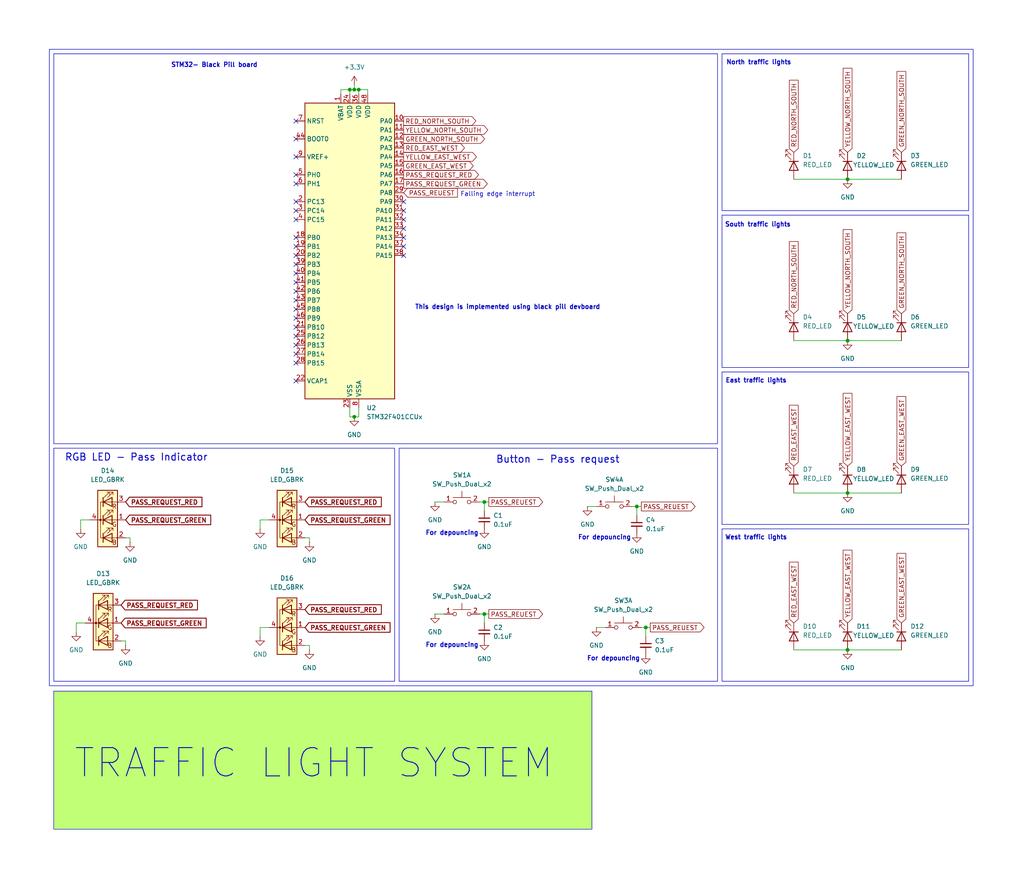
<source format=kicad_sch>
(kicad_sch (version 20231120) (generator "eeschema") (generator_version "8.0")
  (paper "User" 290 250)
  (title_block (title "Traffic light system") (date "2025-01-03") (rev "1.0") (company "ReNile"))
  (lib_symbols
    (symbol "Device:C_Small" (pin_numbers hide) (pin_names (offset 0.254) hide)
      (property "Reference" "C" (at 0.254 1.778 0))
      (property "Value" "C_Small" (at 0.254 -2.032 0))
      (symbol "C_Small_0_1"
        (polyline (pts (xy -1.524 -0.508) (xy 1.524 -0.508)) (stroke (width 0.3302)))
        (polyline (pts (xy -1.524 0.508) (xy 1.524 0.508)) (stroke (width 0.3048)))
      )
      (symbol "C_Small_1_1"
        (pin passive line (at 0 2.54 270) (length 2.032) (name "~") (number "1"))
        (pin passive line (at 0 -2.54 90) (length 2.032) (name "~") (number "2"))
      )
    )
    (symbol "Device:LED" (pin_numbers hide) (pin_names (offset 1.016) hide)
      (property "Reference" "D" (at 0 2.54 0))
      (property "Value" "LED" (at 0 -2.54 0))
      (symbol "LED_0_1"
        (polyline (pts (xy -1.27 -1.27) (xy -1.27 1.27)) (stroke (width 0.254)))
        (polyline (pts (xy -1.27 0) (xy 1.27 0)))
        (polyline (pts (xy 1.27 -1.27) (xy 1.27 1.27) (xy -1.27 0) (xy 1.27 -1.27)) (stroke (width 0.254)))
        (polyline (pts (xy -3.048 -0.762) (xy -4.572 -2.286) (xy -3.81 -2.286) (xy -4.572 -2.286) (xy -4.572 -1.524)))
        (polyline (pts (xy -1.778 -0.762) (xy -3.302 -2.286) (xy -2.54 -2.286) (xy -3.302 -2.286) (xy -3.302 -1.524)))
      )
      (symbol "LED_1_1"
        (pin passive line (at -3.81 0 0) (length 2.54) (name "K") (number "1"))
        (pin passive line (at 3.81 0 180) (length 2.54) (name "A") (number "2"))
      )
    )
    (symbol "Device:LED_GBRK" (pin_names (offset 0) hide)
      (property "Reference" "D" (at 0 9.398 0))
      (property "Value" "LED_GBRK" (at 0 -8.89 0))
      (symbol "LED_GBRK_0_0"
        (text "B" (at 1.905 -6.35 0) (effects (font (size 1.27 1.27))))
        (text "G" (at 1.905 -1.27 0) (effects (font (size 1.27 1.27))))
        (text "R" (at 1.905 3.81 0) (effects (font (size 1.27 1.27))))
      )
      (symbol "LED_GBRK_0_1"
        (circle (center -2.032 0) (radius 0.254) (fill (type outline)))
        (polyline (pts (xy -1.27 -5.08) (xy 1.27 -5.08)))
        (polyline (pts (xy -1.27 -3.81) (xy -1.27 -6.35)) (stroke (width 0.254)))
        (polyline (pts (xy -1.27 0) (xy -2.54 0)))
        (polyline (pts (xy -1.27 1.27) (xy -1.27 -1.27)) (stroke (width 0.254)))
        (polyline (pts (xy -1.27 5.08) (xy 1.27 5.08)))
        (polyline (pts (xy -1.27 6.35) (xy -1.27 3.81)) (stroke (width 0.254)))
        (polyline (pts (xy 1.27 -5.08) (xy 2.54 -5.08)))
        (polyline (pts (xy 1.27 0) (xy -1.27 0)))
        (polyline (pts (xy 1.27 0) (xy 2.54 0)))
        (polyline (pts (xy 1.27 5.08) (xy 2.54 5.08)))
        (polyline (pts (xy -1.27 1.27) (xy -1.27 -1.27) (xy -1.27 -1.27)))
        (polyline (pts (xy -1.27 6.35) (xy -1.27 3.81) (xy -1.27 3.81)))
        (polyline (pts (xy -1.27 5.08) (xy -2.032 5.08) (xy -2.032 -5.08) (xy -1.016 -5.08)))
        (polyline (pts (xy 1.27 -3.81) (xy 1.27 -6.35) (xy -1.27 -5.08) (xy 1.27 -3.81)) (stroke (width 0.254)))
        (polyline (pts (xy 1.27 1.27) (xy 1.27 -1.27) (xy -1.27 0) (xy 1.27 1.27)) (stroke (width 0.254)))
        (polyline (pts (xy 1.27 6.35) (xy 1.27 3.81) (xy -1.27 5.08) (xy 1.27 6.35)) (stroke (width 0.254)))
        (polyline (pts (xy -1.016 -3.81) (xy 0.508 -2.286) (xy -0.254 -2.286) (xy 0.508 -2.286) (xy 0.508 -3.048)))
        (polyline (pts (xy -1.016 1.27) (xy 0.508 2.794) (xy -0.254 2.794) (xy 0.508 2.794) (xy 0.508 2.032)))
        (polyline (pts (xy -1.016 6.35) (xy 0.508 7.874) (xy -0.254 7.874) (xy 0.508 7.874) (xy 0.508 7.112)))
        (polyline (pts (xy 0 -3.81) (xy 1.524 -2.286) (xy 0.762 -2.286) (xy 1.524 -2.286) (xy 1.524 -3.048)))
        (polyline (pts (xy 0 1.27) (xy 1.524 2.794) (xy 0.762 2.794) (xy 1.524 2.794) (xy 1.524 2.032)))
        (polyline (pts (xy 0 6.35) (xy 1.524 7.874) (xy 0.762 7.874) (xy 1.524 7.874) (xy 1.524 7.112)))
        (rectangle (start 1.27 -1.27) (end 1.27 1.27))
        (rectangle (start 1.27 1.27) (end 1.27 1.27))
        (rectangle (start 1.27 3.81) (end 1.27 6.35))
        (rectangle (start 1.27 6.35) (end 1.27 6.35))
        (rectangle (start 2.794 8.382) (end -2.794 -7.62) (stroke (width 0.254)) (fill (type background)))
      )
      (symbol "LED_GBRK_1_1"
        (pin passive line (at 5.08 0 180) (length 2.54) (name "GA") (number "1"))
        (pin passive line (at 5.08 -5.08 180) (length 2.54) (name "BA") (number "2"))
        (pin passive line (at 5.08 5.08 180) (length 2.54) (name "RA") (number "3"))
        (pin passive line (at -5.08 0 0) (length 2.54) (name "K") (number "4"))
      )
    )
    (symbol "MCU_ST_STM32F4:STM32F401CCUx"
      (property "Reference" "U" (at -12.7 44.45 0))
      (property "Value" "STM32F401CCUx" (at 7.62 44.45 0))
      (symbol "STM32F401CCUx_0_1"
        (rectangle (start -12.7 -40.64) (end 12.7 43.18) (stroke (width 0.254)) (fill (type background)))
      )
      (symbol "STM32F401CCUx_1_1"
        (pin power_in line (at -2.54 45.72 270) (length 2.54) (name "VBAT") (number "1"))
        (pin bidirectional line (at 15.24 38.1 180) (length 2.54) (name "PA0") (number "10"))
        (pin bidirectional line (at 15.24 35.56 180) (length 2.54) (name "PA1") (number "11"))
        (pin bidirectional line (at 15.24 33.02 180) (length 2.54) (name "PA2") (number "12"))
        (pin bidirectional line (at 15.24 30.48 180) (length 2.54) (name "PA3") (number "13"))
        (pin bidirectional line (at 15.24 27.94 180) (length 2.54) (name "PA4") (number "14"))
        (pin bidirectional line (at 15.24 25.4 180) (length 2.54) (name "PA5") (number "15"))
        (pin bidirectional line (at 15.24 22.86 180) (length 2.54) (name "PA6") (number "16"))
        (pin bidirectional line (at 15.24 20.32 180) (length 2.54) (name "PA7") (number "17"))
        (pin bidirectional line (at -15.24 5.08 0) (length 2.54) (name "PB0") (number "18"))
        (pin bidirectional line (at -15.24 2.54 0) (length 2.54) (name "PB1") (number "19"))
        (pin bidirectional line (at -15.24 15.24 0) (length 2.54) (name "PC13") (number "2"))
        (pin bidirectional line (at -15.24 0 0) (length 2.54) (name "PB2") (number "20"))
        (pin bidirectional line (at -15.24 -20.32 0) (length 2.54) (name "PB10") (number "21"))
        (pin power_out line (at -15.24 -35.56 0) (length 2.54) (name "VCAP1") (number "22"))
        (pin power_in line (at 0 -43.18 90) (length 2.54) (name "VSS") (number "23"))
        (pin power_in line (at 0 45.72 270) (length 2.54) (name "VDD") (number "24"))
        (pin bidirectional line (at -15.24 -22.86 0) (length 2.54) (name "PB12") (number "25"))
        (pin bidirectional line (at -15.24 -25.4 0) (length 2.54) (name "PB13") (number "26"))
        (pin bidirectional line (at -15.24 -27.94 0) (length 2.54) (name "PB14") (number "27"))
        (pin bidirectional line (at -15.24 -30.48 0) (length 2.54) (name "PB15") (number "28"))
        (pin bidirectional line (at 15.24 17.78 180) (length 2.54) (name "PA8") (number "29"))
        (pin bidirectional line (at -15.24 12.7 0) (length 2.54) (name "PC14") (number "3"))
        (pin bidirectional line (at 15.24 15.24 180) (length 2.54) (name "PA9") (number "30"))
        (pin bidirectional line (at 15.24 12.7 180) (length 2.54) (name "PA10") (number "31"))
        (pin bidirectional line (at 15.24 10.16 180) (length 2.54) (name "PA11") (number "32"))
        (pin bidirectional line (at 15.24 7.62 180) (length 2.54) (name "PA12") (number "33"))
        (pin bidirectional line (at 15.24 5.08 180) (length 2.54) (name "PA13") (number "34"))
        (pin passive line (at 0 -43.18 90) (length 2.54) hide (name "VSS") (number "35"))
        (pin power_in line (at 2.54 45.72 270) (length 2.54) (name "VDD") (number "36"))
        (pin bidirectional line (at 15.24 2.54 180) (length 2.54) (name "PA14") (number "37"))
        (pin bidirectional line (at 15.24 0 180) (length 2.54) (name "PA15") (number "38"))
        (pin bidirectional line (at -15.24 -2.54 0) (length 2.54) (name "PB3") (number "39"))
        (pin bidirectional line (at -15.24 10.16 0) (length 2.54) (name "PC15") (number "4"))
        (pin bidirectional line (at -15.24 -5.08 0) (length 2.54) (name "PB4") (number "40"))
        (pin bidirectional line (at -15.24 -7.62 0) (length 2.54) (name "PB5") (number "41"))
        (pin bidirectional line (at -15.24 -10.16 0) (length 2.54) (name "PB6") (number "42"))
        (pin bidirectional line (at -15.24 -12.7 0) (length 2.54) (name "PB7") (number "43"))
        (pin input line (at -15.24 33.02 0) (length 2.54) (name "BOOT0") (number "44"))
        (pin bidirectional line (at -15.24 -15.24 0) (length 2.54) (name "PB8") (number "45"))
        (pin bidirectional line (at -15.24 -17.78 0) (length 2.54) (name "PB9") (number "46"))
        (pin passive line (at 0 -43.18 90) (length 2.54) hide (name "VSS") (number "47"))
        (pin power_in line (at 5.08 45.72 270) (length 2.54) (name "VDD") (number "48"))
        (pin passive line (at 0 -43.18 90) (length 2.54) hide (name "VSS") (number "49"))
        (pin bidirectional line (at -15.24 22.86 0) (length 2.54) (name "PH0") (number "5"))
        (pin bidirectional line (at -15.24 20.32 0) (length 2.54) (name "PH1") (number "6"))
        (pin input line (at -15.24 38.1 0) (length 2.54) (name "NRST") (number "7"))
        (pin power_in line (at 2.54 -43.18 90) (length 2.54) (name "VSSA") (number "8"))
        (pin input line (at -15.24 27.94 0) (length 2.54) (name "VREF+") (number "9"))
      )
    )
    (symbol "Switch:SW_Push_Dual_x2" (pin_names (offset 1.016) hide)
      (property "Reference" "SW" (at 1.27 2.54 0))
      (property "Value" "SW_Push_Dual_x2" (at 0 -1.524 0))
      (symbol "SW_Push_Dual_x2_0_1"
        (circle (center -2.032 0) (radius 0.508))
        (polyline (pts (xy 0 1.27) (xy 0 3.048)))
        (polyline (pts (xy 2.54 1.27) (xy -2.54 1.27)))
        (circle (center 2.032 0) (radius 0.508))
      )
      (symbol "SW_Push_Dual_x2_1_1"
        (pin passive line (at -5.08 0 0) (length 2.54) (name "C") (number "1"))
        (pin passive line (at 5.08 0 180) (length 2.54) (name "D") (number "2"))
      )
      (symbol "SW_Push_Dual_x2_2_1"
        (pin passive line (at -5.08 0 0) (length 2.54) (name "C") (number "3"))
        (pin passive line (at 5.08 0 180) (length 2.54) (name "D") (number "4"))
      )
    )
    (symbol "power:+3.3V" (power) (pin_numbers hide) (pin_names (offset 0) hide)
      (property "Value" "+3.3V" (at 0 3.556 0))
      (symbol "+3.3V_0_1"
        (polyline (pts (xy -0.762 1.27) (xy 0 2.54)))
        (polyline (pts (xy 0 0) (xy 0 2.54)))
        (polyline (pts (xy 0 2.54) (xy 0.762 1.27)))
      )
      (symbol "+3.3V_1_1"
        (pin power_in line (at 0 0 90) (length 0) (name "~") (number "1"))
      )
    )
    (symbol "power:GND" (power) (pin_numbers hide) (pin_names (offset 0) hide)
      (property "Value" "GND" (at 0 -3.81 0))
      (symbol "GND_0_1"
        (polyline (pts (xy 0 0) (xy 0 -1.27) (xy 1.27 -1.27) (xy 0 -2.54) (xy -1.27 -1.27) (xy 0 -1.27)))
      )
      (symbol "GND_1_1"
        (pin power_in line (at 0 0 270) (length 0) (name "~") (number "1"))
      )
    )
  )
  (junction (at 182.88 177.8))
  (junction (at 137.16 173.99))
  (junction (at 100.33 25.4))
  (junction (at 240.03 50.8))
  (junction (at 240.03 184.15))
  (junction (at 101.6 25.4))
  (junction (at 180.34 143.51))
  (junction (at 100.33 118.11))
  (junction (at 240.03 139.7))
  (junction (at 240.03 96.52))
  (junction (at 137.16 142.24))
  (junction (at 99.06 25.4))
  (no_connect (at 114.3 62.23))
  (no_connect (at 83.82 59.69))
  (no_connect (at 83.82 39.37))
  (no_connect (at 83.82 34.29))
  (no_connect (at 83.82 87.63))
  (no_connect (at 83.82 44.45))
  (no_connect (at 83.82 90.17))
  (no_connect (at 83.82 62.23))
  (no_connect (at 83.82 72.39))
  (no_connect (at 83.82 69.85))
  (no_connect (at 114.3 64.77))
  (no_connect (at 114.3 72.39))
  (no_connect (at 114.3 69.85))
  (no_connect (at 83.82 80.01))
  (no_connect (at 83.82 74.93))
  (no_connect (at 83.82 49.53))
  (no_connect (at 83.82 95.25))
  (no_connect (at 83.82 102.87))
  (no_connect (at 83.82 107.95))
  (no_connect (at 114.3 67.31))
  (no_connect (at 83.82 85.09))
  (no_connect (at 83.82 77.47))
  (no_connect (at 83.82 92.71))
  (no_connect (at 83.82 57.15))
  (no_connect (at 83.82 67.31))
  (no_connect (at 114.3 59.69))
  (no_connect (at 114.3 57.15))
  (no_connect (at 83.82 100.33))
  (no_connect (at 83.82 82.55))
  (no_connect (at 83.82 97.79))
  (no_connect (at 83.82 52.07))
  (wire (pts (xy 86.36 182.88) (xy 87.63 182.88)))
  (wire (pts (xy 73.66 147.32) (xy 73.66 149.86)))
  (wire (pts (xy 35.56 152.4) (xy 36.83 152.4)))
  (wire (pts (xy 99.06 25.4) (xy 99.06 26.67)))
  (wire (pts (xy 125.73 173.99) (xy 123.19 173.99)))
  (wire (pts (xy 138.43 142.24) (xy 137.16 142.24)))
  (wire (pts (xy 181.61 177.8) (xy 182.88 177.8)))
  (wire (pts (xy 104.14 26.67) (xy 104.14 25.4)))
  (wire (pts (xy 21.59 176.53) (xy 21.59 179.07)))
  (wire (pts (xy 224.79 184.15) (xy 240.03 184.15)))
  (wire (pts (xy 171.45 177.8) (xy 168.91 177.8)))
  (wire (pts (xy 240.03 96.52) (xy 255.27 96.52)))
  (wire (pts (xy 182.88 177.8) (xy 182.88 180.34)))
  (wire (pts (xy 181.61 143.51) (xy 180.34 143.51)))
  (wire (pts (xy 22.86 147.32) (xy 22.86 149.86)))
  (wire (pts (xy 100.33 24.13) (xy 100.33 25.4)))
  (wire (pts (xy 101.6 25.4) (xy 100.33 25.4)))
  (wire (pts (xy 25.4 147.32) (xy 22.86 147.32)))
  (wire (pts (xy 168.91 143.51) (xy 166.37 143.51)))
  (wire (pts (xy 137.16 173.99) (xy 137.16 176.53)))
  (wire (pts (xy 36.83 152.4) (xy 36.83 153.67)))
  (wire (pts (xy 76.2 177.8) (xy 73.66 177.8)))
  (wire (pts (xy 99.06 115.57) (xy 99.06 118.11)))
  (wire (pts (xy 24.13 176.53) (xy 21.59 176.53)))
  (wire (pts (xy 87.63 182.88) (xy 87.63 184.15)))
  (wire (pts (xy 182.88 177.8) (xy 184.15 177.8)))
  (wire (pts (xy 224.79 96.52) (xy 240.03 96.52)))
  (wire (pts (xy 99.06 118.11) (xy 100.33 118.11)))
  (wire (pts (xy 240.03 139.7) (xy 255.27 139.7)))
  (wire (pts (xy 138.43 173.99) (xy 137.16 173.99)))
  (wire (pts (xy 87.63 152.4) (xy 87.63 153.67)))
  (wire (pts (xy 99.06 25.4) (xy 96.52 25.4)))
  (wire (pts (xy 180.34 143.51) (xy 180.34 146.05)))
  (wire (pts (xy 137.16 142.24) (xy 135.89 142.24)))
  (wire (pts (xy 125.73 142.24) (xy 123.19 142.24)))
  (wire (pts (xy 35.56 181.61) (xy 35.56 182.88)))
  (wire (pts (xy 104.14 25.4) (xy 101.6 25.4)))
  (wire (pts (xy 101.6 25.4) (xy 101.6 26.67)))
  (wire (pts (xy 240.03 184.15) (xy 255.27 184.15)))
  (wire (pts (xy 224.79 139.7) (xy 240.03 139.7)))
  (wire (pts (xy 137.16 142.24) (xy 137.16 144.78)))
  (wire (pts (xy 137.16 173.99) (xy 135.89 173.99)))
  (wire (pts (xy 76.2 147.32) (xy 73.66 147.32)))
  (wire (pts (xy 34.29 181.61) (xy 35.56 181.61)))
  (wire (pts (xy 96.52 25.4) (xy 96.52 26.67)))
  (wire (pts (xy 180.34 143.51) (xy 179.07 143.51)))
  (wire (pts (xy 101.6 118.11) (xy 100.33 118.11)))
  (wire (pts (xy 101.6 115.57) (xy 101.6 118.11)))
  (wire (pts (xy 224.79 50.8) (xy 240.03 50.8)))
  (wire (pts (xy 86.36 152.4) (xy 87.63 152.4)))
  (wire (pts (xy 73.66 177.8) (xy 73.66 180.34)))
  (wire (pts (xy 100.33 25.4) (xy 99.06 25.4)))
  (wire (pts (xy 240.03 50.8) (xy 255.27 50.8)))
  (rectangle (start 204.47 15.24) (end 274.32 59.69))
  (rectangle (start 204.47 60.96) (end 274.32 104.14))
  (rectangle (start 15.24 195.834) (end 167.64 234.95) (fill (type color) (color 192 255 118 1)))
  (rectangle (start 204.47 149.86) (end 274.32 193.04))
  (rectangle (start 15.24 127) (end 111.76 193.04))
  (rectangle (start 15.24 15.24) (end 203.2 125.73))
  (rectangle (start 113.03 127) (end 203.2 193.04))
  (rectangle (start 204.47 105.41) (end 274.32 148.59))
  (rectangle (start 13.97 13.97) (end 275.59 194.31))
  (text "North traffic lights\n" (at 214.884 17.78 0) (effects (font (size 1.27 1.27) (thickness 0.254) (bold yes))))
  (text "For depouncing\n" (at 128.016 182.88 0) (effects (font (size 1.27 1.27) (thickness 0.254) (bold yes))))
  (text "For depouncing\n" (at 173.736 186.69 0) (effects (font (size 1.27 1.27) (thickness 0.254) (bold yes))))
  (text "South traffic lights\n" (at 214.63 63.754 0) (effects (font (size 1.27 1.27) (thickness 0.254) (bold yes))))
  (text "Button - Pass request\n" (at 157.988 130.302 0) (effects (font (size 2 2) (thickness 0.254) (bold yes))))
  (text "STM32- Black Pill board\n" (at 60.706 18.542 0) (effects (font (size 1.27 1.27) (thickness 0.254) (bold yes))))
  (text "This design is implemented using black pill devboard" (at 143.764 87.122 0) (effects (font (size 1.27 1.27) (thickness 0.254) (bold yes))))
  (text "For depouncing\n" (at 128.016 151.13 0) (effects (font (size 1.27 1.27) (thickness 0.254) (bold yes))))
  (text "Falling edge interrupt\n" (at 140.97 55.118 0) (effects (font (size 1.27 1.27) (thickness 0.1588))))
  (text "RGB LED - Pass Indicator\n\n" (at 38.608 131.318 0) (effects (font (size 2 2) (thickness 0.254) (bold yes))))
  (text "West traffic lights\n\n" (at 214.122 153.416 0) (effects (font (size 1.27 1.27) (thickness 0.254) (bold yes))))
  (text "East traffic lights\n\n" (at 214.122 108.966 0) (effects (font (size 1.27 1.27) (thickness 0.254) (bold yes))))
  (text "TRAFFIC LIGHT SYSTEM" (at 88.9 216.408 0) (effects (font (size 8 8) (thickness 0.254) (bold yes))))
  (text "For depouncing\n" (at 171.196 152.4 0) (effects (font (size 1.27 1.27) (thickness 0.254) (bold yes))))
  (global_label "GREEN_EAST_WEST" (shape output) (at 114.3 46.99 0) (property "Intersheetrefs" "${INTERSHEET_REFS}" (effects (hide yes))))
  (global_label "PASS_REQUEST_RED" (shape input) (at 86.36 142.24 0) (effects (font (thickness 0.254) (bold yes))) (property "Intersheetrefs" "${INTERSHEET_REFS}" (effects (hide yes))))
  (global_label "PASS_REQUEST_RED" (shape input) (at 34.29 171.45 0) (effects (font (thickness 0.254) (bold yes))) (property "Intersheetrefs" "${INTERSHEET_REFS}" (effects (hide yes))))
  (global_label "YELLOW_EAST_WEST" (shape output) (at 114.3 44.45 0) (property "Intersheetrefs" "${INTERSHEET_REFS}" (effects (hide yes))))
  (global_label "YELLOW_EAST_WEST" (shape input) (at 240.03 176.53 90) (property "Intersheetrefs" "${INTERSHEET_REFS}" (effects (hide yes))))
  (global_label "PASS_REUEST" (shape output) (at 184.15 177.8 0) (effects (font (thickness 0.1588))) (property "Intersheetrefs" "${INTERSHEET_REFS}" (effects (hide yes))))
  (global_label "PASS_REQUEST_GREEN" (shape input) (at 34.29 176.53 0) (effects (font (thickness 0.254) (bold yes))) (property "Intersheetrefs" "${INTERSHEET_REFS}" (effects (hide yes))))
  (global_label "PASS_REQUEST_RED" (shape input) (at 86.36 172.72 0) (effects (font (thickness 0.254) (bold yes))) (property "Intersheetrefs" "${INTERSHEET_REFS}" (effects (hide yes))))
  (global_label "GREEN_NORTH_SOUTH" (shape output) (at 114.3 39.37 0) (property "Intersheetrefs" "${INTERSHEET_REFS}" (effects (hide yes))))
  (global_label "PASS_REUEST" (shape output) (at 138.43 173.99 0) (effects (font (thickness 0.1588))) (property "Intersheetrefs" "${INTERSHEET_REFS}" (effects (hide yes))))
  (global_label "PASS_REQUEST_GREEN" (shape output) (at 114.3 52.07 0) (effects (font (thickness 0.1588))) (property "Intersheetrefs" "${INTERSHEET_REFS}" (effects (hide yes))))
  (global_label "YELLOW_EAST_WEST" (shape input) (at 240.03 132.08 90) (property "Intersheetrefs" "${INTERSHEET_REFS}" (effects (hide yes))))
  (global_label "GREEN_NORTH_SOUTH" (shape input) (at 255.27 43.18 90) (property "Intersheetrefs" "${INTERSHEET_REFS}" (effects (hide yes))))
  (global_label "RED_NORTH_SOUTH" (shape input) (at 224.79 88.9 90) (property "Intersheetrefs" "${INTERSHEET_REFS}" (effects (hide yes))))
  (global_label "PASS_REUEST" (shape output) (at 138.43 142.24 0) (effects (font (thickness 0.1588))) (property "Intersheetrefs" "${INTERSHEET_REFS}" (effects (hide yes))))
  (global_label "GREEN_EAST_WEST" (shape input) (at 255.27 176.53 90) (property "Intersheetrefs" "${INTERSHEET_REFS}" (effects (hide yes))))
  (global_label "PASS_REQUEST_GREEN" (shape input) (at 86.36 147.32 0) (effects (font (thickness 0.254) (bold yes))) (property "Intersheetrefs" "${INTERSHEET_REFS}" (effects (hide yes))))
  (global_label "PASS_REQUEST_RED" (shape input) (at 35.56 142.24 0) (effects (font (thickness 0.254) (bold yes))) (property "Intersheetrefs" "${INTERSHEET_REFS}" (effects (hide yes))))
  (global_label "GREEN_NORTH_SOUTH" (shape input) (at 255.27 88.9 90) (property "Intersheetrefs" "${INTERSHEET_REFS}" (effects (hide yes))))
  (global_label "RED_EAST_WEST" (shape output) (at 114.3 41.91 0) (property "Intersheetrefs" "${INTERSHEET_REFS}" (effects (hide yes))))
  (global_label "PASS_REQUEST_GREEN" (shape input) (at 86.36 177.8 0) (effects (font (thickness 0.254) (bold yes))) (property "Intersheetrefs" "${INTERSHEET_REFS}" (effects (hide yes))))
  (global_label "GREEN_EAST_WEST" (shape input) (at 255.27 132.08 90) (property "Intersheetrefs" "${INTERSHEET_REFS}" (effects (hide yes))))
  (global_label "PASS_REQUEST_GREEN" (shape input) (at 35.56 147.32 0) (effects (font (thickness 0.254) (bold yes))) (property "Intersheetrefs" "${INTERSHEET_REFS}" (effects (hide yes))))
  (global_label "YELLOW_NORTH_SOUTH" (shape input) (at 240.03 43.18 90) (property "Intersheetrefs" "${INTERSHEET_REFS}" (effects (hide yes))))
  (global_label "PASS_REQUEST_RED" (shape output) (at 114.3 49.53 0) (effects (font (thickness 0.1588))) (property "Intersheetrefs" "${INTERSHEET_REFS}" (effects (hide yes))))
  (global_label "RED_NORTH_SOUTH" (shape output) (at 114.3 34.29 0) (property "Intersheetrefs" "${INTERSHEET_REFS}" (effects (hide yes))))
  (global_label "RED_EAST_WEST" (shape input) (at 224.79 176.53 90) (property "Intersheetrefs" "${INTERSHEET_REFS}" (effects (hide yes))))
  (global_label "YELLOW_NORTH_SOUTH" (shape output) (at 114.3 36.83 0) (property "Intersheetrefs" "${INTERSHEET_REFS}" (effects (hide yes))))
  (global_label "PASS_REUEST" (shape input) (at 114.3 54.61 0) (effects (font (thickness 0.1588))) (property "Intersheetrefs" "${INTERSHEET_REFS}" (effects (hide yes))))
  (global_label "PASS_REUEST" (shape output) (at 181.61 143.51 0) (effects (font (thickness 0.1588))) (property "Intersheetrefs" "${INTERSHEET_REFS}" (effects (hide yes))))
  (global_label "RED_EAST_WEST" (shape input) (at 224.79 132.08 90) (property "Intersheetrefs" "${INTERSHEET_REFS}" (effects (hide yes))))
  (global_label "RED_NORTH_SOUTH" (shape input) (at 224.79 43.18 90) (property "Intersheetrefs" "${INTERSHEET_REFS}" (effects (hide yes))))
  (global_label "YELLOW_NORTH_SOUTH" (shape input) (at 240.03 88.9 90) (property "Intersheetrefs" "${INTERSHEET_REFS}" (effects (hide yes))))
  (symbol (lib_id "Device:LED") (at 255.27 135.89 270) (unit 1)
    (property "Reference" "D9" (at 257.81 133.0324 90) (effects (justify left)))
    (property "Value" "GREEN_LED" (at 257.81 135.5724 90) (effects (justify left)))
    (property "Description" "Light emitting diode" (effects (hide yes)))
  )
  (symbol (lib_id "Device:LED_GBRK") (at 81.28 177.8 0) (unit 1)
    (property "Reference" "D16" (at 81.28 163.83 0))
    (property "Value" "LED_GBRK" (at 81.28 166.37 0))
    (property "Description" "RGB LED, green/blue/red/cathode" (effects (hide yes)))
  )
  (symbol (lib_id "power:GND") (at 73.66 149.86 0) (unit 1)
    (property "Reference" "#PWR019" (effects (hide yes)))
    (property "Value" "GND" (at 73.66 154.94 0))
    (property "Description" "Power symbol creates a global label with name \"GND\" , ground" (effects (hide yes)))
  )
  (symbol (lib_id "power:GND") (at 240.03 184.15 0) (unit 1)
    (property "Reference" "#PWR06" (effects (hide yes)))
    (property "Value" "GND" (at 240.03 189.23 0))
    (property "Description" "Power symbol creates a global label with name \"GND\" , ground" (effects (hide yes)))
  )
  (symbol (lib_id "power:GND") (at 35.56 182.88 0) (unit 1)
    (property "Reference" "#PWR018" (effects (hide yes)))
    (property "Value" "GND" (at 35.56 187.96 0))
    (property "Description" "Power symbol creates a global label with name \"GND\" , ground" (effects (hide yes)))
  )
  (symbol (lib_id "Device:LED") (at 224.79 135.89 270) (unit 1)
    (property "Reference" "D7" (at 227.33 133.0324 90) (effects (justify left)))
    (property "Value" "RED_LED" (at 227.33 135.5724 90) (effects (justify left)))
    (property "Description" "Light emitting diode" (effects (hide yes)))
  )
  (symbol (lib_id "power:GND") (at 240.03 96.52 0) (unit 1)
    (property "Reference" "#PWR04" (effects (hide yes)))
    (property "Value" "GND" (at 240.03 101.6 0))
    (property "Description" "Power symbol creates a global label with name \"GND\" , ground" (effects (hide yes)))
  )
  (symbol (lib_id "Device:C_Small") (at 182.88 182.88 0) (unit 1)
    (property "Reference" "C3" (at 185.42 181.6162 0) (effects (justify left)))
    (property "Value" "0.1uF" (at 185.42 184.1562 0) (effects (justify left)))
    (property "Description" "Unpolarized capacitor, small symbol" (effects (hide yes)))
  )
  (symbol (lib_id "power:GND") (at 87.63 153.67 0) (unit 1)
    (property "Reference" "#PWR020" (effects (hide yes)))
    (property "Value" "GND" (at 87.63 158.75 0))
    (property "Description" "Power symbol creates a global label with name \"GND\" , ground" (effects (hide yes)))
  )
  (symbol (lib_id "Device:LED") (at 240.03 180.34 270) (unit 1)
    (property "Reference" "D11" (at 242.57 177.4824 90) (effects (justify left)))
    (property "Value" "YELLOW_LED" (at 241.554 180.086 90) (effects (justify left)))
    (property "Description" "Light emitting diode" (effects (hide yes)))
  )
  (symbol (lib_id "power:GND") (at 182.88 185.42 0) (unit 1)
    (property "Reference" "#PWR014" (effects (hide yes)))
    (property "Value" "GND" (at 182.88 190.5 0))
    (property "Description" "Power symbol creates a global label with name \"GND\" , ground" (effects (hide yes)))
  )
  (symbol (lib_id "Device:LED") (at 224.79 92.71 270) (unit 1)
    (property "Reference" "D4" (at 227.33 89.8524 90) (effects (justify left)))
    (property "Value" "RED_LED" (at 227.33 92.3924 90) (effects (justify left)))
    (property "Description" "Light emitting diode" (effects (hide yes)))
  )
  (symbol (lib_id "power:GND") (at 87.63 184.15 0) (unit 1)
    (property "Reference" "#PWR022" (effects (hide yes)))
    (property "Value" "GND" (at 87.63 189.23 0))
    (property "Description" "Power symbol creates a global label with name \"GND\" , ground" (effects (hide yes)))
  )
  (symbol (lib_id "Device:LED_GBRK") (at 30.48 147.32 0) (unit 1)
    (property "Reference" "D14" (at 30.48 133.35 0))
    (property "Value" "LED_GBRK" (at 30.48 135.89 0))
    (property "Description" "RGB LED, green/blue/red/cathode" (effects (hide yes)))
  )
  (symbol (lib_id "power:GND") (at 73.66 180.34 0) (unit 1)
    (property "Reference" "#PWR021" (effects (hide yes)))
    (property "Value" "GND" (at 73.66 185.42 0))
    (property "Description" "Power symbol creates a global label with name \"GND\" , ground" (effects (hide yes)))
  )
  (symbol (lib_id "Device:LED") (at 255.27 180.34 270) (unit 1)
    (property "Reference" "D12" (at 257.81 177.4824 90) (effects (justify left)))
    (property "Value" "GREEN_LED" (at 257.81 180.0224 90) (effects (justify left)))
    (property "Description" "Light emitting diode" (effects (hide yes)))
  )
  (symbol (lib_id "Switch:SW_Push_Dual_x2") (at 176.53 177.8 0) (unit 1)
    (property "Reference" "SW3" (at 176.53 170.18 0))
    (property "Value" "SW_Push_Dual_x2" (at 176.53 172.72 0))
    (property "Description" "Push button switch, generic, separate symbols, four pins" (effects (hide yes)))
  )
  (symbol (lib_id "Device:LED") (at 255.27 46.99 270) (unit 1)
    (property "Reference" "D3" (at 257.81 44.1324 90) (effects (justify left)))
    (property "Value" "GREEN_LED" (at 257.81 46.6724 90) (effects (justify left)))
    (property "Description" "Light emitting diode" (effects (hide yes)))
  )
  (symbol (lib_id "power:GND") (at 180.34 151.13 0) (unit 1)
    (property "Reference" "#PWR016" (effects (hide yes)))
    (property "Value" "GND" (at 180.34 156.21 0))
    (property "Description" "Power symbol creates a global label with name \"GND\" , ground" (effects (hide yes)))
  )
  (symbol (lib_id "power:GND") (at 240.03 50.8 0) (unit 1)
    (property "Reference" "#PWR03" (effects (hide yes)))
    (property "Value" "GND" (at 240.03 55.88 0))
    (property "Description" "Power symbol creates a global label with name \"GND\" , ground" (effects (hide yes)))
  )
  (symbol (lib_id "Device:C_Small") (at 180.34 148.59 0) (unit 1)
    (property "Reference" "C4" (at 182.88 147.3262 0) (effects (justify left)))
    (property "Value" "0.1uF" (at 182.88 149.8662 0) (effects (justify left)))
    (property "Description" "Unpolarized capacitor, small symbol" (effects (hide yes)))
  )
  (symbol (lib_id "Device:LED") (at 224.79 180.34 270) (unit 1)
    (property "Reference" "D10" (at 227.33 177.4824 90) (effects (justify left)))
    (property "Value" "RED_LED" (at 227.33 180.0224 90) (effects (justify left)))
    (property "Description" "Light emitting diode" (effects (hide yes)))
  )
  (symbol (lib_id "Device:LED_GBRK") (at 29.21 176.53 0) (unit 1)
    (property "Reference" "D13" (at 29.21 162.56 0))
    (property "Value" "LED_GBRK" (at 29.21 165.1 0))
    (property "Description" "RGB LED, green/blue/red/cathode" (effects (hide yes)))
  )
  (symbol (lib_id "MCU_ST_STM32F4:STM32F401CCUx") (at 99.06 72.39 0) (unit 1)
    (property "Reference" "U2" (at 103.7941 115.57 0) (effects (justify left)))
    (property "Value" "STM32F401CCUx" (at 103.7941 118.11 0) (effects (justify left)))
    (property "Footprint" "Package_DFN_QFN:QFN-48-1EP_7x7mm_P0.5mm_EP5.6x5.6mm" (effects (hide yes)))
    (property "Datasheet" "https://www.st.com/resource/en/datasheet/stm32f401cc.pdf" (effects (hide yes)))
    (property "Description" "STMicroelectronics Arm Cortex-M4 MCU, 256KB flash, 64KB RAM, 84 MHz, 1.7-3.6V, 36 GPIO, UFQFPN48" (effects (hide yes)))
  )
  (symbol (lib_id "power:GND") (at 123.19 173.99 0) (unit 1)
    (property "Reference" "#PWR011" (effects (hide yes)))
    (property "Value" "GND" (at 123.19 179.07 0))
    (property "Description" "Power symbol creates a global label with name \"GND\" , ground" (effects (hide yes)))
  )
  (symbol (lib_id "Device:LED") (at 240.03 135.89 270) (unit 1)
    (property "Reference" "D8" (at 242.57 133.0324 90) (effects (justify left)))
    (property "Value" "YELLOW_LED" (at 241.554 135.636 90) (effects (justify left)))
    (property "Description" "Light emitting diode" (effects (hide yes)))
  )
  (symbol (lib_id "power:GND") (at 166.37 143.51 0) (unit 1)
    (property "Reference" "#PWR015" (effects (hide yes)))
    (property "Value" "GND" (at 166.37 148.59 0))
    (property "Description" "Power symbol creates a global label with name \"GND\" , ground" (effects (hide yes)))
  )
  (symbol (lib_id "power:GND") (at 240.03 139.7 0) (unit 1)
    (property "Reference" "#PWR05" (effects (hide yes)))
    (property "Value" "GND" (at 240.03 144.78 0))
    (property "Description" "Power symbol creates a global label with name \"GND\" , ground" (effects (hide yes)))
  )
  (symbol (lib_id "power:GND") (at 137.16 149.86 0) (unit 1)
    (property "Reference" "#PWR010" (effects (hide yes)))
    (property "Value" "GND" (at 137.16 154.94 0))
    (property "Description" "Power symbol creates a global label with name \"GND\" , ground" (effects (hide yes)))
  )
  (symbol (lib_id "power:GND") (at 100.33 118.11 0) (unit 1)
    (property "Reference" "#PWR01" (effects (hide yes)))
    (property "Value" "GND" (at 100.33 123.19 0))
    (property "Description" "Power symbol creates a global label with name \"GND\" , ground" (effects (hide yes)))
  )
  (symbol (lib_id "power:GND") (at 168.91 177.8 0) (unit 1)
    (property "Reference" "#PWR013" (effects (hide yes)))
    (property "Value" "GND" (at 168.91 182.88 0))
    (property "Description" "Power symbol creates a global label with name \"GND\" , ground" (effects (hide yes)))
  )
  (symbol (lib_id "Device:C_Small") (at 137.16 147.32 0) (unit 1)
    (property "Reference" "C1" (at 139.7 146.0562 0) (effects (justify left)))
    (property "Value" "0.1uF" (at 139.7 148.5962 0) (effects (justify left)))
    (property "Description" "Unpolarized capacitor, small symbol" (effects (hide yes)))
  )
  (symbol (lib_id "Switch:SW_Push_Dual_x2") (at 130.81 142.24 0) (unit 1)
    (property "Reference" "SW1" (at 130.81 134.62 0))
    (property "Value" "SW_Push_Dual_x2" (at 130.81 137.16 0))
    (property "Description" "Push button switch, generic, separate symbols, four pins" (effects (hide yes)))
  )
  (symbol (lib_id "Device:LED") (at 255.27 92.71 270) (unit 1)
    (property "Reference" "D6" (at 257.81 89.8524 90) (effects (justify left)))
    (property "Value" "GREEN_LED" (at 257.81 92.3924 90) (effects (justify left)))
    (property "Description" "Light emitting diode" (effects (hide yes)))
  )
  (symbol (lib_id "power:GND") (at 137.16 181.61 0) (unit 1)
    (property "Reference" "#PWR012" (effects (hide yes)))
    (property "Value" "GND" (at 137.16 186.69 0))
    (property "Description" "Power symbol creates a global label with name \"GND\" , ground" (effects (hide yes)))
  )
  (symbol (lib_id "Switch:SW_Push_Dual_x2") (at 173.99 143.51 0) (unit 1)
    (property "Reference" "SW4" (at 173.99 135.89 0))
    (property "Value" "SW_Push_Dual_x2" (at 173.99 138.43 0))
    (property "Description" "Push button switch, generic, separate symbols, four pins" (effects (hide yes)))
  )
  (symbol (lib_id "Device:LED") (at 240.03 46.99 270) (unit 1)
    (property "Reference" "D2" (at 242.57 44.1324 90) (effects (justify left)))
    (property "Value" "YELLOW_LED" (at 241.554 46.736 90) (effects (justify left)))
    (property "Description" "Light emitting diode" (effects (hide yes)))
  )
  (symbol (lib_id "Device:LED") (at 240.03 92.71 270) (unit 1)
    (property "Reference" "D5" (at 242.57 89.8524 90) (effects (justify left)))
    (property "Value" "YELLOW_LED" (at 241.554 92.456 90) (effects (justify left)))
    (property "Description" "Light emitting diode" (effects (hide yes)))
  )
  (symbol (lib_id "power:+3.3V") (at 100.33 24.13 0) (unit 1)
    (property "Reference" "#PWR02" (effects (hide yes)))
    (property "Value" "+3.3V" (at 100.33 19.05 0))
    (property "Description" "Power symbol creates a global label with name \"+3.3V\"" (effects (hide yes)))
  )
  (symbol (lib_id "power:GND") (at 123.19 142.24 0) (unit 1)
    (property "Reference" "#PWR09" (effects (hide yes)))
    (property "Value" "GND" (at 123.19 147.32 0))
    (property "Description" "Power symbol creates a global label with name \"GND\" , ground" (effects (hide yes)))
  )
  (symbol (lib_id "power:GND") (at 22.86 149.86 0) (unit 1)
    (property "Reference" "#PWR08" (effects (hide yes)))
    (property "Value" "GND" (at 22.86 154.94 0))
    (property "Description" "Power symbol creates a global label with name \"GND\" , ground" (effects (hide yes)))
  )
  (symbol (lib_id "Device:LED_GBRK") (at 81.28 147.32 0) (unit 1)
    (property "Reference" "D15" (at 81.28 133.35 0))
    (property "Value" "LED_GBRK" (at 81.28 135.89 0))
    (property "Description" "RGB LED, green/blue/red/cathode" (effects (hide yes)))
  )
  (symbol (lib_id "Device:C_Small") (at 137.16 179.07 0) (unit 1)
    (property "Reference" "C2" (at 139.7 177.8062 0) (effects (justify left)))
    (property "Value" "0.1uF" (at 139.7 180.3462 0) (effects (justify left)))
    (property "Description" "Unpolarized capacitor, small symbol" (effects (hide yes)))
  )
  (symbol (lib_id "Device:LED") (at 224.79 46.99 270) (unit 1)
    (property "Reference" "D1" (at 227.33 44.1324 90) (effects (justify left)))
    (property "Value" "RED_LED" (at 227.33 46.6724 90) (effects (justify left)))
    (property "Description" "Light emitting diode" (effects (hide yes)))
  )
  (symbol (lib_id "power:GND") (at 21.59 179.07 0) (unit 1)
    (property "Reference" "#PWR017" (effects (hide yes)))
    (property "Value" "GND" (at 21.59 184.15 0))
    (property "Description" "Power symbol creates a global label with name \"GND\" , ground" (effects (hide yes)))
  )
  (symbol (lib_id "Switch:SW_Push_Dual_x2") (at 130.81 173.99 0) (unit 1)
    (property "Reference" "SW2" (at 130.81 166.37 0))
    (property "Value" "SW_Push_Dual_x2" (at 130.81 168.91 0))
    (property "Description" "Push button switch, generic, separate symbols, four pins" (effects (hide yes)))
  )
  (symbol (lib_id "power:GND") (at 36.83 153.67 0) (unit 1)
    (property "Reference" "#PWR07" (effects (hide yes)))
    (property "Value" "GND" (at 36.83 158.75 0))
    (property "Description" "Power symbol creates a global label with name \"GND\" , ground" (effects (hide yes)))
  )
)
</source>
